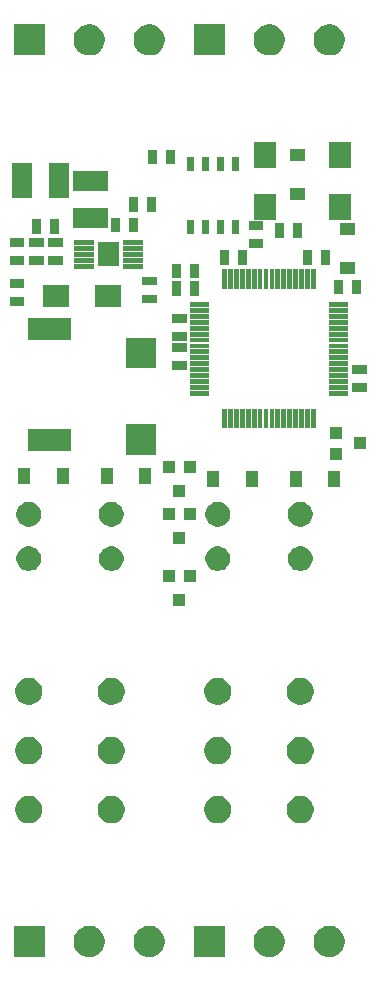
<source format=gts>
%TF.GenerationSoftware,KiCad,Pcbnew,5.0.2*%
%TF.CreationDate,2020-05-26T14:16:45+02:00*%
%TF.ProjectId,cowdin-2-shutter,636f7764-696e-42d3-922d-736875747465,0.1*%
%TF.SameCoordinates,Original*%
%TF.FileFunction,Soldermask,Top*%
%TF.FilePolarity,Negative*%
%FSLAX46Y46*%
G04 Gerber Fmt 4.6, Leading zero omitted, Abs format (unit mm)*
G04 Created by KiCad (PCBNEW 5.0.2) date mar. 26 mai 2020 14:16:45 CEST*
%MOMM*%
%LPD*%
G01*
G04 APERTURE LIST*
%ADD10C,0.100000*%
G04 APERTURE END LIST*
D10*
G36*
X161500023Y-141883818D02*
X161585031Y-141900727D01*
X161825255Y-142000231D01*
X162041451Y-142144689D01*
X162225311Y-142328549D01*
X162369769Y-142544745D01*
X162469273Y-142784970D01*
X162520000Y-143039991D01*
X162520000Y-143300009D01*
X162469273Y-143555030D01*
X162369769Y-143795255D01*
X162225311Y-144011451D01*
X162041451Y-144195311D01*
X161825255Y-144339769D01*
X161705142Y-144389521D01*
X161585031Y-144439273D01*
X161500023Y-144456182D01*
X161330009Y-144490000D01*
X161069991Y-144490000D01*
X160899977Y-144456182D01*
X160814969Y-144439273D01*
X160694858Y-144389521D01*
X160574745Y-144339769D01*
X160358549Y-144195311D01*
X160174689Y-144011451D01*
X160030231Y-143795255D01*
X159930727Y-143555030D01*
X159880000Y-143300009D01*
X159880000Y-143039991D01*
X159930727Y-142784970D01*
X160030231Y-142544745D01*
X160174689Y-142328549D01*
X160358549Y-142144689D01*
X160574745Y-142000231D01*
X160814969Y-141900727D01*
X160899977Y-141883818D01*
X161069991Y-141850000D01*
X161330009Y-141850000D01*
X161500023Y-141883818D01*
X161500023Y-141883818D01*
G37*
G36*
X152360000Y-144490000D02*
X149720000Y-144490000D01*
X149720000Y-141850000D01*
X152360000Y-141850000D01*
X152360000Y-144490000D01*
X152360000Y-144490000D01*
G37*
G36*
X156420023Y-141883818D02*
X156505031Y-141900727D01*
X156745255Y-142000231D01*
X156961451Y-142144689D01*
X157145311Y-142328549D01*
X157289769Y-142544745D01*
X157389273Y-142784970D01*
X157440000Y-143039991D01*
X157440000Y-143300009D01*
X157389273Y-143555030D01*
X157289769Y-143795255D01*
X157145311Y-144011451D01*
X156961451Y-144195311D01*
X156745255Y-144339769D01*
X156625142Y-144389521D01*
X156505031Y-144439273D01*
X156420023Y-144456182D01*
X156250009Y-144490000D01*
X155989991Y-144490000D01*
X155819977Y-144456182D01*
X155734969Y-144439273D01*
X155614858Y-144389521D01*
X155494745Y-144339769D01*
X155278549Y-144195311D01*
X155094689Y-144011451D01*
X154950231Y-143795255D01*
X154850727Y-143555030D01*
X154800000Y-143300009D01*
X154800000Y-143039991D01*
X154850727Y-142784970D01*
X154950231Y-142544745D01*
X155094689Y-142328549D01*
X155278549Y-142144689D01*
X155494745Y-142000231D01*
X155734969Y-141900727D01*
X155819977Y-141883818D01*
X155989991Y-141850000D01*
X156250009Y-141850000D01*
X156420023Y-141883818D01*
X156420023Y-141883818D01*
G37*
G36*
X141180023Y-141883818D02*
X141265031Y-141900727D01*
X141505255Y-142000231D01*
X141721451Y-142144689D01*
X141905311Y-142328549D01*
X142049769Y-142544745D01*
X142149273Y-142784970D01*
X142200000Y-143039991D01*
X142200000Y-143300009D01*
X142149273Y-143555030D01*
X142049769Y-143795255D01*
X141905311Y-144011451D01*
X141721451Y-144195311D01*
X141505255Y-144339769D01*
X141385142Y-144389521D01*
X141265031Y-144439273D01*
X141180023Y-144456182D01*
X141010009Y-144490000D01*
X140749991Y-144490000D01*
X140579977Y-144456182D01*
X140494969Y-144439273D01*
X140374858Y-144389521D01*
X140254745Y-144339769D01*
X140038549Y-144195311D01*
X139854689Y-144011451D01*
X139710231Y-143795255D01*
X139610727Y-143555030D01*
X139560000Y-143300009D01*
X139560000Y-143039991D01*
X139610727Y-142784970D01*
X139710231Y-142544745D01*
X139854689Y-142328549D01*
X140038549Y-142144689D01*
X140254745Y-142000231D01*
X140494969Y-141900727D01*
X140579977Y-141883818D01*
X140749991Y-141850000D01*
X141010009Y-141850000D01*
X141180023Y-141883818D01*
X141180023Y-141883818D01*
G37*
G36*
X137120000Y-144490000D02*
X134480000Y-144490000D01*
X134480000Y-141850000D01*
X137120000Y-141850000D01*
X137120000Y-144490000D01*
X137120000Y-144490000D01*
G37*
G36*
X146260023Y-141883818D02*
X146345031Y-141900727D01*
X146585255Y-142000231D01*
X146801451Y-142144689D01*
X146985311Y-142328549D01*
X147129769Y-142544745D01*
X147229273Y-142784970D01*
X147280000Y-143039991D01*
X147280000Y-143300009D01*
X147229273Y-143555030D01*
X147129769Y-143795255D01*
X146985311Y-144011451D01*
X146801451Y-144195311D01*
X146585255Y-144339769D01*
X146465142Y-144389521D01*
X146345031Y-144439273D01*
X146260023Y-144456182D01*
X146090009Y-144490000D01*
X145829991Y-144490000D01*
X145659977Y-144456182D01*
X145574969Y-144439273D01*
X145454858Y-144389521D01*
X145334745Y-144339769D01*
X145118549Y-144195311D01*
X144934689Y-144011451D01*
X144790231Y-143795255D01*
X144690727Y-143555030D01*
X144640000Y-143300009D01*
X144640000Y-143039991D01*
X144690727Y-142784970D01*
X144790231Y-142544745D01*
X144934689Y-142328549D01*
X145118549Y-142144689D01*
X145334745Y-142000231D01*
X145574969Y-141900727D01*
X145659977Y-141883818D01*
X145829991Y-141850000D01*
X146090009Y-141850000D01*
X146260023Y-141883818D01*
X146260023Y-141883818D01*
G37*
G36*
X136085443Y-130894194D02*
X136294729Y-130980884D01*
X136483082Y-131106737D01*
X136643263Y-131266918D01*
X136769116Y-131455271D01*
X136855806Y-131664557D01*
X136900000Y-131886735D01*
X136900000Y-132113265D01*
X136855806Y-132335443D01*
X136769116Y-132544729D01*
X136643263Y-132733082D01*
X136483082Y-132893263D01*
X136294729Y-133019116D01*
X136085443Y-133105806D01*
X135863265Y-133150000D01*
X135636735Y-133150000D01*
X135414557Y-133105806D01*
X135205271Y-133019116D01*
X135016918Y-132893263D01*
X134856737Y-132733082D01*
X134730884Y-132544729D01*
X134644194Y-132335443D01*
X134600000Y-132113265D01*
X134600000Y-131886735D01*
X134644194Y-131664557D01*
X134730884Y-131455271D01*
X134856737Y-131266918D01*
X135016918Y-131106737D01*
X135205271Y-130980884D01*
X135414557Y-130894194D01*
X135636735Y-130850000D01*
X135863265Y-130850000D01*
X136085443Y-130894194D01*
X136085443Y-130894194D01*
G37*
G36*
X152085443Y-130894194D02*
X152294729Y-130980884D01*
X152483082Y-131106737D01*
X152643263Y-131266918D01*
X152769116Y-131455271D01*
X152855806Y-131664557D01*
X152900000Y-131886735D01*
X152900000Y-132113265D01*
X152855806Y-132335443D01*
X152769116Y-132544729D01*
X152643263Y-132733082D01*
X152483082Y-132893263D01*
X152294729Y-133019116D01*
X152085443Y-133105806D01*
X151863265Y-133150000D01*
X151636735Y-133150000D01*
X151414557Y-133105806D01*
X151205271Y-133019116D01*
X151016918Y-132893263D01*
X150856737Y-132733082D01*
X150730884Y-132544729D01*
X150644194Y-132335443D01*
X150600000Y-132113265D01*
X150600000Y-131886735D01*
X150644194Y-131664557D01*
X150730884Y-131455271D01*
X150856737Y-131266918D01*
X151016918Y-131106737D01*
X151205271Y-130980884D01*
X151414557Y-130894194D01*
X151636735Y-130850000D01*
X151863265Y-130850000D01*
X152085443Y-130894194D01*
X152085443Y-130894194D01*
G37*
G36*
X159085443Y-130894194D02*
X159294729Y-130980884D01*
X159483082Y-131106737D01*
X159643263Y-131266918D01*
X159769116Y-131455271D01*
X159855806Y-131664557D01*
X159900000Y-131886735D01*
X159900000Y-132113265D01*
X159855806Y-132335443D01*
X159769116Y-132544729D01*
X159643263Y-132733082D01*
X159483082Y-132893263D01*
X159294729Y-133019116D01*
X159085443Y-133105806D01*
X158863265Y-133150000D01*
X158636735Y-133150000D01*
X158414557Y-133105806D01*
X158205271Y-133019116D01*
X158016918Y-132893263D01*
X157856737Y-132733082D01*
X157730884Y-132544729D01*
X157644194Y-132335443D01*
X157600000Y-132113265D01*
X157600000Y-131886735D01*
X157644194Y-131664557D01*
X157730884Y-131455271D01*
X157856737Y-131266918D01*
X158016918Y-131106737D01*
X158205271Y-130980884D01*
X158414557Y-130894194D01*
X158636735Y-130850000D01*
X158863265Y-130850000D01*
X159085443Y-130894194D01*
X159085443Y-130894194D01*
G37*
G36*
X143085443Y-130894194D02*
X143294729Y-130980884D01*
X143483082Y-131106737D01*
X143643263Y-131266918D01*
X143769116Y-131455271D01*
X143855806Y-131664557D01*
X143900000Y-131886735D01*
X143900000Y-132113265D01*
X143855806Y-132335443D01*
X143769116Y-132544729D01*
X143643263Y-132733082D01*
X143483082Y-132893263D01*
X143294729Y-133019116D01*
X143085443Y-133105806D01*
X142863265Y-133150000D01*
X142636735Y-133150000D01*
X142414557Y-133105806D01*
X142205271Y-133019116D01*
X142016918Y-132893263D01*
X141856737Y-132733082D01*
X141730884Y-132544729D01*
X141644194Y-132335443D01*
X141600000Y-132113265D01*
X141600000Y-131886735D01*
X141644194Y-131664557D01*
X141730884Y-131455271D01*
X141856737Y-131266918D01*
X142016918Y-131106737D01*
X142205271Y-130980884D01*
X142414557Y-130894194D01*
X142636735Y-130850000D01*
X142863265Y-130850000D01*
X143085443Y-130894194D01*
X143085443Y-130894194D01*
G37*
G36*
X136085443Y-125894194D02*
X136294729Y-125980884D01*
X136483082Y-126106737D01*
X136643263Y-126266918D01*
X136769116Y-126455271D01*
X136855806Y-126664557D01*
X136900000Y-126886735D01*
X136900000Y-127113265D01*
X136855806Y-127335443D01*
X136769116Y-127544729D01*
X136643263Y-127733082D01*
X136483082Y-127893263D01*
X136294729Y-128019116D01*
X136085443Y-128105806D01*
X135863265Y-128150000D01*
X135636735Y-128150000D01*
X135414557Y-128105806D01*
X135205271Y-128019116D01*
X135016918Y-127893263D01*
X134856737Y-127733082D01*
X134730884Y-127544729D01*
X134644194Y-127335443D01*
X134600000Y-127113265D01*
X134600000Y-126886735D01*
X134644194Y-126664557D01*
X134730884Y-126455271D01*
X134856737Y-126266918D01*
X135016918Y-126106737D01*
X135205271Y-125980884D01*
X135414557Y-125894194D01*
X135636735Y-125850000D01*
X135863265Y-125850000D01*
X136085443Y-125894194D01*
X136085443Y-125894194D01*
G37*
G36*
X143085443Y-125894194D02*
X143294729Y-125980884D01*
X143483082Y-126106737D01*
X143643263Y-126266918D01*
X143769116Y-126455271D01*
X143855806Y-126664557D01*
X143900000Y-126886735D01*
X143900000Y-127113265D01*
X143855806Y-127335443D01*
X143769116Y-127544729D01*
X143643263Y-127733082D01*
X143483082Y-127893263D01*
X143294729Y-128019116D01*
X143085443Y-128105806D01*
X142863265Y-128150000D01*
X142636735Y-128150000D01*
X142414557Y-128105806D01*
X142205271Y-128019116D01*
X142016918Y-127893263D01*
X141856737Y-127733082D01*
X141730884Y-127544729D01*
X141644194Y-127335443D01*
X141600000Y-127113265D01*
X141600000Y-126886735D01*
X141644194Y-126664557D01*
X141730884Y-126455271D01*
X141856737Y-126266918D01*
X142016918Y-126106737D01*
X142205271Y-125980884D01*
X142414557Y-125894194D01*
X142636735Y-125850000D01*
X142863265Y-125850000D01*
X143085443Y-125894194D01*
X143085443Y-125894194D01*
G37*
G36*
X152085443Y-125894194D02*
X152294729Y-125980884D01*
X152483082Y-126106737D01*
X152643263Y-126266918D01*
X152769116Y-126455271D01*
X152855806Y-126664557D01*
X152900000Y-126886735D01*
X152900000Y-127113265D01*
X152855806Y-127335443D01*
X152769116Y-127544729D01*
X152643263Y-127733082D01*
X152483082Y-127893263D01*
X152294729Y-128019116D01*
X152085443Y-128105806D01*
X151863265Y-128150000D01*
X151636735Y-128150000D01*
X151414557Y-128105806D01*
X151205271Y-128019116D01*
X151016918Y-127893263D01*
X150856737Y-127733082D01*
X150730884Y-127544729D01*
X150644194Y-127335443D01*
X150600000Y-127113265D01*
X150600000Y-126886735D01*
X150644194Y-126664557D01*
X150730884Y-126455271D01*
X150856737Y-126266918D01*
X151016918Y-126106737D01*
X151205271Y-125980884D01*
X151414557Y-125894194D01*
X151636735Y-125850000D01*
X151863265Y-125850000D01*
X152085443Y-125894194D01*
X152085443Y-125894194D01*
G37*
G36*
X159085443Y-125894194D02*
X159294729Y-125980884D01*
X159483082Y-126106737D01*
X159643263Y-126266918D01*
X159769116Y-126455271D01*
X159855806Y-126664557D01*
X159900000Y-126886735D01*
X159900000Y-127113265D01*
X159855806Y-127335443D01*
X159769116Y-127544729D01*
X159643263Y-127733082D01*
X159483082Y-127893263D01*
X159294729Y-128019116D01*
X159085443Y-128105806D01*
X158863265Y-128150000D01*
X158636735Y-128150000D01*
X158414557Y-128105806D01*
X158205271Y-128019116D01*
X158016918Y-127893263D01*
X157856737Y-127733082D01*
X157730884Y-127544729D01*
X157644194Y-127335443D01*
X157600000Y-127113265D01*
X157600000Y-126886735D01*
X157644194Y-126664557D01*
X157730884Y-126455271D01*
X157856737Y-126266918D01*
X158016918Y-126106737D01*
X158205271Y-125980884D01*
X158414557Y-125894194D01*
X158636735Y-125850000D01*
X158863265Y-125850000D01*
X159085443Y-125894194D01*
X159085443Y-125894194D01*
G37*
G36*
X159085443Y-120894194D02*
X159294729Y-120980884D01*
X159483082Y-121106737D01*
X159643263Y-121266918D01*
X159769116Y-121455271D01*
X159855806Y-121664557D01*
X159900000Y-121886735D01*
X159900000Y-122113265D01*
X159855806Y-122335443D01*
X159769116Y-122544729D01*
X159643263Y-122733082D01*
X159483082Y-122893263D01*
X159294729Y-123019116D01*
X159085443Y-123105806D01*
X158863265Y-123150000D01*
X158636735Y-123150000D01*
X158414557Y-123105806D01*
X158205271Y-123019116D01*
X158016918Y-122893263D01*
X157856737Y-122733082D01*
X157730884Y-122544729D01*
X157644194Y-122335443D01*
X157600000Y-122113265D01*
X157600000Y-121886735D01*
X157644194Y-121664557D01*
X157730884Y-121455271D01*
X157856737Y-121266918D01*
X158016918Y-121106737D01*
X158205271Y-120980884D01*
X158414557Y-120894194D01*
X158636735Y-120850000D01*
X158863265Y-120850000D01*
X159085443Y-120894194D01*
X159085443Y-120894194D01*
G37*
G36*
X152085443Y-120894194D02*
X152294729Y-120980884D01*
X152483082Y-121106737D01*
X152643263Y-121266918D01*
X152769116Y-121455271D01*
X152855806Y-121664557D01*
X152900000Y-121886735D01*
X152900000Y-122113265D01*
X152855806Y-122335443D01*
X152769116Y-122544729D01*
X152643263Y-122733082D01*
X152483082Y-122893263D01*
X152294729Y-123019116D01*
X152085443Y-123105806D01*
X151863265Y-123150000D01*
X151636735Y-123150000D01*
X151414557Y-123105806D01*
X151205271Y-123019116D01*
X151016918Y-122893263D01*
X150856737Y-122733082D01*
X150730884Y-122544729D01*
X150644194Y-122335443D01*
X150600000Y-122113265D01*
X150600000Y-121886735D01*
X150644194Y-121664557D01*
X150730884Y-121455271D01*
X150856737Y-121266918D01*
X151016918Y-121106737D01*
X151205271Y-120980884D01*
X151414557Y-120894194D01*
X151636735Y-120850000D01*
X151863265Y-120850000D01*
X152085443Y-120894194D01*
X152085443Y-120894194D01*
G37*
G36*
X136085443Y-120894194D02*
X136294729Y-120980884D01*
X136483082Y-121106737D01*
X136643263Y-121266918D01*
X136769116Y-121455271D01*
X136855806Y-121664557D01*
X136900000Y-121886735D01*
X136900000Y-122113265D01*
X136855806Y-122335443D01*
X136769116Y-122544729D01*
X136643263Y-122733082D01*
X136483082Y-122893263D01*
X136294729Y-123019116D01*
X136085443Y-123105806D01*
X135863265Y-123150000D01*
X135636735Y-123150000D01*
X135414557Y-123105806D01*
X135205271Y-123019116D01*
X135016918Y-122893263D01*
X134856737Y-122733082D01*
X134730884Y-122544729D01*
X134644194Y-122335443D01*
X134600000Y-122113265D01*
X134600000Y-121886735D01*
X134644194Y-121664557D01*
X134730884Y-121455271D01*
X134856737Y-121266918D01*
X135016918Y-121106737D01*
X135205271Y-120980884D01*
X135414557Y-120894194D01*
X135636735Y-120850000D01*
X135863265Y-120850000D01*
X136085443Y-120894194D01*
X136085443Y-120894194D01*
G37*
G36*
X143085443Y-120894194D02*
X143294729Y-120980884D01*
X143483082Y-121106737D01*
X143643263Y-121266918D01*
X143769116Y-121455271D01*
X143855806Y-121664557D01*
X143900000Y-121886735D01*
X143900000Y-122113265D01*
X143855806Y-122335443D01*
X143769116Y-122544729D01*
X143643263Y-122733082D01*
X143483082Y-122893263D01*
X143294729Y-123019116D01*
X143085443Y-123105806D01*
X142863265Y-123150000D01*
X142636735Y-123150000D01*
X142414557Y-123105806D01*
X142205271Y-123019116D01*
X142016918Y-122893263D01*
X141856737Y-122733082D01*
X141730884Y-122544729D01*
X141644194Y-122335443D01*
X141600000Y-122113265D01*
X141600000Y-121886735D01*
X141644194Y-121664557D01*
X141730884Y-121455271D01*
X141856737Y-121266918D01*
X142016918Y-121106737D01*
X142205271Y-120980884D01*
X142414557Y-120894194D01*
X142636735Y-120850000D01*
X142863265Y-120850000D01*
X143085443Y-120894194D01*
X143085443Y-120894194D01*
G37*
G36*
X149007200Y-114773200D02*
X147992800Y-114773200D01*
X147992800Y-113758800D01*
X149007200Y-113758800D01*
X149007200Y-114773200D01*
X149007200Y-114773200D01*
G37*
G36*
X149896200Y-112741200D02*
X148881800Y-112741200D01*
X148881800Y-111726800D01*
X149896200Y-111726800D01*
X149896200Y-112741200D01*
X149896200Y-112741200D01*
G37*
G36*
X148118200Y-112741200D02*
X147103800Y-112741200D01*
X147103800Y-111726800D01*
X148118200Y-111726800D01*
X148118200Y-112741200D01*
X148118200Y-112741200D01*
G37*
G36*
X152056274Y-109740350D02*
X152247362Y-109819502D01*
X152419336Y-109934411D01*
X152565589Y-110080664D01*
X152680498Y-110252638D01*
X152759650Y-110443726D01*
X152800000Y-110646584D01*
X152800000Y-110853416D01*
X152759650Y-111056274D01*
X152680498Y-111247362D01*
X152565589Y-111419336D01*
X152419336Y-111565589D01*
X152247362Y-111680498D01*
X152056274Y-111759650D01*
X151853416Y-111800000D01*
X151646584Y-111800000D01*
X151443726Y-111759650D01*
X151252638Y-111680498D01*
X151080664Y-111565589D01*
X150934411Y-111419336D01*
X150819502Y-111247362D01*
X150740350Y-111056274D01*
X150700000Y-110853416D01*
X150700000Y-110646584D01*
X150740350Y-110443726D01*
X150819502Y-110252638D01*
X150934411Y-110080664D01*
X151080664Y-109934411D01*
X151252638Y-109819502D01*
X151443726Y-109740350D01*
X151646584Y-109700000D01*
X151853416Y-109700000D01*
X152056274Y-109740350D01*
X152056274Y-109740350D01*
G37*
G36*
X136056274Y-109740350D02*
X136247362Y-109819502D01*
X136419336Y-109934411D01*
X136565589Y-110080664D01*
X136680498Y-110252638D01*
X136759650Y-110443726D01*
X136800000Y-110646584D01*
X136800000Y-110853416D01*
X136759650Y-111056274D01*
X136680498Y-111247362D01*
X136565589Y-111419336D01*
X136419336Y-111565589D01*
X136247362Y-111680498D01*
X136056274Y-111759650D01*
X135853416Y-111800000D01*
X135646584Y-111800000D01*
X135443726Y-111759650D01*
X135252638Y-111680498D01*
X135080664Y-111565589D01*
X134934411Y-111419336D01*
X134819502Y-111247362D01*
X134740350Y-111056274D01*
X134700000Y-110853416D01*
X134700000Y-110646584D01*
X134740350Y-110443726D01*
X134819502Y-110252638D01*
X134934411Y-110080664D01*
X135080664Y-109934411D01*
X135252638Y-109819502D01*
X135443726Y-109740350D01*
X135646584Y-109700000D01*
X135853416Y-109700000D01*
X136056274Y-109740350D01*
X136056274Y-109740350D01*
G37*
G36*
X143056274Y-109740350D02*
X143247362Y-109819502D01*
X143419336Y-109934411D01*
X143565589Y-110080664D01*
X143680498Y-110252638D01*
X143759650Y-110443726D01*
X143800000Y-110646584D01*
X143800000Y-110853416D01*
X143759650Y-111056274D01*
X143680498Y-111247362D01*
X143565589Y-111419336D01*
X143419336Y-111565589D01*
X143247362Y-111680498D01*
X143056274Y-111759650D01*
X142853416Y-111800000D01*
X142646584Y-111800000D01*
X142443726Y-111759650D01*
X142252638Y-111680498D01*
X142080664Y-111565589D01*
X141934411Y-111419336D01*
X141819502Y-111247362D01*
X141740350Y-111056274D01*
X141700000Y-110853416D01*
X141700000Y-110646584D01*
X141740350Y-110443726D01*
X141819502Y-110252638D01*
X141934411Y-110080664D01*
X142080664Y-109934411D01*
X142252638Y-109819502D01*
X142443726Y-109740350D01*
X142646584Y-109700000D01*
X142853416Y-109700000D01*
X143056274Y-109740350D01*
X143056274Y-109740350D01*
G37*
G36*
X159056274Y-109740350D02*
X159247362Y-109819502D01*
X159419336Y-109934411D01*
X159565589Y-110080664D01*
X159680498Y-110252638D01*
X159759650Y-110443726D01*
X159800000Y-110646584D01*
X159800000Y-110853416D01*
X159759650Y-111056274D01*
X159680498Y-111247362D01*
X159565589Y-111419336D01*
X159419336Y-111565589D01*
X159247362Y-111680498D01*
X159056274Y-111759650D01*
X158853416Y-111800000D01*
X158646584Y-111800000D01*
X158443726Y-111759650D01*
X158252638Y-111680498D01*
X158080664Y-111565589D01*
X157934411Y-111419336D01*
X157819502Y-111247362D01*
X157740350Y-111056274D01*
X157700000Y-110853416D01*
X157700000Y-110646584D01*
X157740350Y-110443726D01*
X157819502Y-110252638D01*
X157934411Y-110080664D01*
X158080664Y-109934411D01*
X158252638Y-109819502D01*
X158443726Y-109740350D01*
X158646584Y-109700000D01*
X158853416Y-109700000D01*
X159056274Y-109740350D01*
X159056274Y-109740350D01*
G37*
G36*
X149007200Y-109523200D02*
X147992800Y-109523200D01*
X147992800Y-108508800D01*
X149007200Y-108508800D01*
X149007200Y-109523200D01*
X149007200Y-109523200D01*
G37*
G36*
X143056274Y-105990350D02*
X143247362Y-106069502D01*
X143419336Y-106184411D01*
X143565589Y-106330664D01*
X143680498Y-106502638D01*
X143759650Y-106693726D01*
X143800000Y-106896584D01*
X143800000Y-107103416D01*
X143759650Y-107306274D01*
X143680498Y-107497362D01*
X143565589Y-107669336D01*
X143419336Y-107815589D01*
X143247362Y-107930498D01*
X143056274Y-108009650D01*
X142853416Y-108050000D01*
X142646584Y-108050000D01*
X142443726Y-108009650D01*
X142252638Y-107930498D01*
X142080664Y-107815589D01*
X141934411Y-107669336D01*
X141819502Y-107497362D01*
X141740350Y-107306274D01*
X141700000Y-107103416D01*
X141700000Y-106896584D01*
X141740350Y-106693726D01*
X141819502Y-106502638D01*
X141934411Y-106330664D01*
X142080664Y-106184411D01*
X142252638Y-106069502D01*
X142443726Y-105990350D01*
X142646584Y-105950000D01*
X142853416Y-105950000D01*
X143056274Y-105990350D01*
X143056274Y-105990350D01*
G37*
G36*
X136056274Y-105990350D02*
X136247362Y-106069502D01*
X136419336Y-106184411D01*
X136565589Y-106330664D01*
X136680498Y-106502638D01*
X136759650Y-106693726D01*
X136800000Y-106896584D01*
X136800000Y-107103416D01*
X136759650Y-107306274D01*
X136680498Y-107497362D01*
X136565589Y-107669336D01*
X136419336Y-107815589D01*
X136247362Y-107930498D01*
X136056274Y-108009650D01*
X135853416Y-108050000D01*
X135646584Y-108050000D01*
X135443726Y-108009650D01*
X135252638Y-107930498D01*
X135080664Y-107815589D01*
X134934411Y-107669336D01*
X134819502Y-107497362D01*
X134740350Y-107306274D01*
X134700000Y-107103416D01*
X134700000Y-106896584D01*
X134740350Y-106693726D01*
X134819502Y-106502638D01*
X134934411Y-106330664D01*
X135080664Y-106184411D01*
X135252638Y-106069502D01*
X135443726Y-105990350D01*
X135646584Y-105950000D01*
X135853416Y-105950000D01*
X136056274Y-105990350D01*
X136056274Y-105990350D01*
G37*
G36*
X159056274Y-105990350D02*
X159247362Y-106069502D01*
X159419336Y-106184411D01*
X159565589Y-106330664D01*
X159680498Y-106502638D01*
X159759650Y-106693726D01*
X159800000Y-106896584D01*
X159800000Y-107103416D01*
X159759650Y-107306274D01*
X159680498Y-107497362D01*
X159565589Y-107669336D01*
X159419336Y-107815589D01*
X159247362Y-107930498D01*
X159056274Y-108009650D01*
X158853416Y-108050000D01*
X158646584Y-108050000D01*
X158443726Y-108009650D01*
X158252638Y-107930498D01*
X158080664Y-107815589D01*
X157934411Y-107669336D01*
X157819502Y-107497362D01*
X157740350Y-107306274D01*
X157700000Y-107103416D01*
X157700000Y-106896584D01*
X157740350Y-106693726D01*
X157819502Y-106502638D01*
X157934411Y-106330664D01*
X158080664Y-106184411D01*
X158252638Y-106069502D01*
X158443726Y-105990350D01*
X158646584Y-105950000D01*
X158853416Y-105950000D01*
X159056274Y-105990350D01*
X159056274Y-105990350D01*
G37*
G36*
X152056274Y-105990350D02*
X152247362Y-106069502D01*
X152419336Y-106184411D01*
X152565589Y-106330664D01*
X152680498Y-106502638D01*
X152759650Y-106693726D01*
X152800000Y-106896584D01*
X152800000Y-107103416D01*
X152759650Y-107306274D01*
X152680498Y-107497362D01*
X152565589Y-107669336D01*
X152419336Y-107815589D01*
X152247362Y-107930498D01*
X152056274Y-108009650D01*
X151853416Y-108050000D01*
X151646584Y-108050000D01*
X151443726Y-108009650D01*
X151252638Y-107930498D01*
X151080664Y-107815589D01*
X150934411Y-107669336D01*
X150819502Y-107497362D01*
X150740350Y-107306274D01*
X150700000Y-107103416D01*
X150700000Y-106896584D01*
X150740350Y-106693726D01*
X150819502Y-106502638D01*
X150934411Y-106330664D01*
X151080664Y-106184411D01*
X151252638Y-106069502D01*
X151443726Y-105990350D01*
X151646584Y-105950000D01*
X151853416Y-105950000D01*
X152056274Y-105990350D01*
X152056274Y-105990350D01*
G37*
G36*
X148118200Y-107491200D02*
X147103800Y-107491200D01*
X147103800Y-106476800D01*
X148118200Y-106476800D01*
X148118200Y-107491200D01*
X148118200Y-107491200D01*
G37*
G36*
X149896200Y-107491200D02*
X148881800Y-107491200D01*
X148881800Y-106476800D01*
X149896200Y-106476800D01*
X149896200Y-107491200D01*
X149896200Y-107491200D01*
G37*
G36*
X149007200Y-105523200D02*
X147992800Y-105523200D01*
X147992800Y-104508800D01*
X149007200Y-104508800D01*
X149007200Y-105523200D01*
X149007200Y-105523200D01*
G37*
G36*
X151870000Y-104660000D02*
X150860000Y-104660000D01*
X150860000Y-103340000D01*
X151870000Y-103340000D01*
X151870000Y-104660000D01*
X151870000Y-104660000D01*
G37*
G36*
X158870000Y-104660000D02*
X157860000Y-104660000D01*
X157860000Y-103340000D01*
X158870000Y-103340000D01*
X158870000Y-104660000D01*
X158870000Y-104660000D01*
G37*
G36*
X162140000Y-104660000D02*
X161130000Y-104660000D01*
X161130000Y-103340000D01*
X162140000Y-103340000D01*
X162140000Y-104660000D01*
X162140000Y-104660000D01*
G37*
G36*
X155140000Y-104660000D02*
X154130000Y-104660000D01*
X154130000Y-103340000D01*
X155140000Y-103340000D01*
X155140000Y-104660000D01*
X155140000Y-104660000D01*
G37*
G36*
X135870000Y-104410000D02*
X134860000Y-104410000D01*
X134860000Y-103090000D01*
X135870000Y-103090000D01*
X135870000Y-104410000D01*
X135870000Y-104410000D01*
G37*
G36*
X139140000Y-104410000D02*
X138130000Y-104410000D01*
X138130000Y-103090000D01*
X139140000Y-103090000D01*
X139140000Y-104410000D01*
X139140000Y-104410000D01*
G37*
G36*
X146140000Y-104410000D02*
X145130000Y-104410000D01*
X145130000Y-103090000D01*
X146140000Y-103090000D01*
X146140000Y-104410000D01*
X146140000Y-104410000D01*
G37*
G36*
X142870000Y-104410000D02*
X141860000Y-104410000D01*
X141860000Y-103090000D01*
X142870000Y-103090000D01*
X142870000Y-104410000D01*
X142870000Y-104410000D01*
G37*
G36*
X149896200Y-103491200D02*
X148881800Y-103491200D01*
X148881800Y-102476800D01*
X149896200Y-102476800D01*
X149896200Y-103491200D01*
X149896200Y-103491200D01*
G37*
G36*
X148118200Y-103491200D02*
X147103800Y-103491200D01*
X147103800Y-102476800D01*
X148118200Y-102476800D01*
X148118200Y-103491200D01*
X148118200Y-103491200D01*
G37*
G36*
X162241200Y-102396200D02*
X161226800Y-102396200D01*
X161226800Y-101381800D01*
X162241200Y-101381800D01*
X162241200Y-102396200D01*
X162241200Y-102396200D01*
G37*
G36*
X146550000Y-101950000D02*
X143950000Y-101950000D01*
X143950000Y-99350000D01*
X146550000Y-99350000D01*
X146550000Y-101950000D01*
X146550000Y-101950000D01*
G37*
G36*
X139330000Y-101640000D02*
X135670000Y-101640000D01*
X135670000Y-99760000D01*
X139330000Y-99760000D01*
X139330000Y-101640000D01*
X139330000Y-101640000D01*
G37*
G36*
X164273200Y-101507200D02*
X163258800Y-101507200D01*
X163258800Y-100492800D01*
X164273200Y-100492800D01*
X164273200Y-101507200D01*
X164273200Y-101507200D01*
G37*
G36*
X162241200Y-100618200D02*
X161226800Y-100618200D01*
X161226800Y-99603800D01*
X162241200Y-99603800D01*
X162241200Y-100618200D01*
X162241200Y-100618200D01*
G37*
G36*
X160040000Y-99724000D02*
X159640000Y-99724000D01*
X159640000Y-98100000D01*
X160040000Y-98100000D01*
X160040000Y-99724000D01*
X160040000Y-99724000D01*
G37*
G36*
X159540000Y-99724000D02*
X159140000Y-99724000D01*
X159140000Y-98100000D01*
X159540000Y-98100000D01*
X159540000Y-99724000D01*
X159540000Y-99724000D01*
G37*
G36*
X157540000Y-99724000D02*
X157140000Y-99724000D01*
X157140000Y-98100000D01*
X157540000Y-98100000D01*
X157540000Y-99724000D01*
X157540000Y-99724000D01*
G37*
G36*
X158540000Y-99724000D02*
X158140000Y-99724000D01*
X158140000Y-98100000D01*
X158540000Y-98100000D01*
X158540000Y-99724000D01*
X158540000Y-99724000D01*
G37*
G36*
X152540000Y-99724000D02*
X152140000Y-99724000D01*
X152140000Y-98100000D01*
X152540000Y-98100000D01*
X152540000Y-99724000D01*
X152540000Y-99724000D01*
G37*
G36*
X153040000Y-99724000D02*
X152640000Y-99724000D01*
X152640000Y-98100000D01*
X153040000Y-98100000D01*
X153040000Y-99724000D01*
X153040000Y-99724000D01*
G37*
G36*
X153540000Y-99724000D02*
X153140000Y-99724000D01*
X153140000Y-98100000D01*
X153540000Y-98100000D01*
X153540000Y-99724000D01*
X153540000Y-99724000D01*
G37*
G36*
X154040000Y-99724000D02*
X153640000Y-99724000D01*
X153640000Y-98100000D01*
X154040000Y-98100000D01*
X154040000Y-99724000D01*
X154040000Y-99724000D01*
G37*
G36*
X155040000Y-99724000D02*
X154640000Y-99724000D01*
X154640000Y-98100000D01*
X155040000Y-98100000D01*
X155040000Y-99724000D01*
X155040000Y-99724000D01*
G37*
G36*
X154540000Y-99724000D02*
X154140000Y-99724000D01*
X154140000Y-98100000D01*
X154540000Y-98100000D01*
X154540000Y-99724000D01*
X154540000Y-99724000D01*
G37*
G36*
X158040000Y-99724000D02*
X157640000Y-99724000D01*
X157640000Y-98100000D01*
X158040000Y-98100000D01*
X158040000Y-99724000D01*
X158040000Y-99724000D01*
G37*
G36*
X159040000Y-99724000D02*
X158640000Y-99724000D01*
X158640000Y-98100000D01*
X159040000Y-98100000D01*
X159040000Y-99724000D01*
X159040000Y-99724000D01*
G37*
G36*
X157040000Y-99724000D02*
X156640000Y-99724000D01*
X156640000Y-98100000D01*
X157040000Y-98100000D01*
X157040000Y-99724000D01*
X157040000Y-99724000D01*
G37*
G36*
X156540000Y-99724000D02*
X156140000Y-99724000D01*
X156140000Y-98100000D01*
X156540000Y-98100000D01*
X156540000Y-99724000D01*
X156540000Y-99724000D01*
G37*
G36*
X156040000Y-99724000D02*
X155640000Y-99724000D01*
X155640000Y-98100000D01*
X156040000Y-98100000D01*
X156040000Y-99724000D01*
X156040000Y-99724000D01*
G37*
G36*
X155540000Y-99724000D02*
X155140000Y-99724000D01*
X155140000Y-98100000D01*
X155540000Y-98100000D01*
X155540000Y-99724000D01*
X155540000Y-99724000D01*
G37*
G36*
X162814000Y-96950000D02*
X161190000Y-96950000D01*
X161190000Y-96550000D01*
X162814000Y-96550000D01*
X162814000Y-96950000D01*
X162814000Y-96950000D01*
G37*
G36*
X150990000Y-96950000D02*
X149366000Y-96950000D01*
X149366000Y-96550000D01*
X150990000Y-96550000D01*
X150990000Y-96950000D01*
X150990000Y-96950000D01*
G37*
G36*
X164371500Y-96629500D02*
X163128500Y-96629500D01*
X163128500Y-95894500D01*
X164371500Y-95894500D01*
X164371500Y-96629500D01*
X164371500Y-96629500D01*
G37*
G36*
X150990000Y-96450000D02*
X149366000Y-96450000D01*
X149366000Y-96050000D01*
X150990000Y-96050000D01*
X150990000Y-96450000D01*
X150990000Y-96450000D01*
G37*
G36*
X162814000Y-96450000D02*
X161190000Y-96450000D01*
X161190000Y-96050000D01*
X162814000Y-96050000D01*
X162814000Y-96450000D01*
X162814000Y-96450000D01*
G37*
G36*
X150990000Y-95950000D02*
X149366000Y-95950000D01*
X149366000Y-95550000D01*
X150990000Y-95550000D01*
X150990000Y-95950000D01*
X150990000Y-95950000D01*
G37*
G36*
X162814000Y-95950000D02*
X161190000Y-95950000D01*
X161190000Y-95550000D01*
X162814000Y-95550000D01*
X162814000Y-95950000D01*
X162814000Y-95950000D01*
G37*
G36*
X150990000Y-95450000D02*
X149366000Y-95450000D01*
X149366000Y-95050000D01*
X150990000Y-95050000D01*
X150990000Y-95450000D01*
X150990000Y-95450000D01*
G37*
G36*
X162814000Y-95450000D02*
X161190000Y-95450000D01*
X161190000Y-95050000D01*
X162814000Y-95050000D01*
X162814000Y-95450000D01*
X162814000Y-95450000D01*
G37*
G36*
X164371500Y-95105500D02*
X163128500Y-95105500D01*
X163128500Y-94370500D01*
X164371500Y-94370500D01*
X164371500Y-95105500D01*
X164371500Y-95105500D01*
G37*
G36*
X162814000Y-94950000D02*
X161190000Y-94950000D01*
X161190000Y-94550000D01*
X162814000Y-94550000D01*
X162814000Y-94950000D01*
X162814000Y-94950000D01*
G37*
G36*
X150990000Y-94950000D02*
X149366000Y-94950000D01*
X149366000Y-94550000D01*
X150990000Y-94550000D01*
X150990000Y-94950000D01*
X150990000Y-94950000D01*
G37*
G36*
X149121500Y-94799500D02*
X147878500Y-94799500D01*
X147878500Y-94064500D01*
X149121500Y-94064500D01*
X149121500Y-94799500D01*
X149121500Y-94799500D01*
G37*
G36*
X146550000Y-94650000D02*
X143950000Y-94650000D01*
X143950000Y-92050000D01*
X146550000Y-92050000D01*
X146550000Y-94650000D01*
X146550000Y-94650000D01*
G37*
G36*
X150990000Y-94450000D02*
X149366000Y-94450000D01*
X149366000Y-94050000D01*
X150990000Y-94050000D01*
X150990000Y-94450000D01*
X150990000Y-94450000D01*
G37*
G36*
X162814000Y-94450000D02*
X161190000Y-94450000D01*
X161190000Y-94050000D01*
X162814000Y-94050000D01*
X162814000Y-94450000D01*
X162814000Y-94450000D01*
G37*
G36*
X162814000Y-93950000D02*
X161190000Y-93950000D01*
X161190000Y-93550000D01*
X162814000Y-93550000D01*
X162814000Y-93950000D01*
X162814000Y-93950000D01*
G37*
G36*
X150990000Y-93950000D02*
X149366000Y-93950000D01*
X149366000Y-93550000D01*
X150990000Y-93550000D01*
X150990000Y-93950000D01*
X150990000Y-93950000D01*
G37*
G36*
X162814000Y-93450000D02*
X161190000Y-93450000D01*
X161190000Y-93050000D01*
X162814000Y-93050000D01*
X162814000Y-93450000D01*
X162814000Y-93450000D01*
G37*
G36*
X150990000Y-93450000D02*
X149366000Y-93450000D01*
X149366000Y-93050000D01*
X150990000Y-93050000D01*
X150990000Y-93450000D01*
X150990000Y-93450000D01*
G37*
G36*
X149121500Y-93275500D02*
X147878500Y-93275500D01*
X147878500Y-92540500D01*
X149121500Y-92540500D01*
X149121500Y-93275500D01*
X149121500Y-93275500D01*
G37*
G36*
X150990000Y-92950000D02*
X149366000Y-92950000D01*
X149366000Y-92550000D01*
X150990000Y-92550000D01*
X150990000Y-92950000D01*
X150990000Y-92950000D01*
G37*
G36*
X162814000Y-92950000D02*
X161190000Y-92950000D01*
X161190000Y-92550000D01*
X162814000Y-92550000D01*
X162814000Y-92950000D01*
X162814000Y-92950000D01*
G37*
G36*
X150990000Y-92450000D02*
X149366000Y-92450000D01*
X149366000Y-92050000D01*
X150990000Y-92050000D01*
X150990000Y-92450000D01*
X150990000Y-92450000D01*
G37*
G36*
X162814000Y-92450000D02*
X161190000Y-92450000D01*
X161190000Y-92050000D01*
X162814000Y-92050000D01*
X162814000Y-92450000D01*
X162814000Y-92450000D01*
G37*
G36*
X149121500Y-92299500D02*
X147878500Y-92299500D01*
X147878500Y-91564500D01*
X149121500Y-91564500D01*
X149121500Y-92299500D01*
X149121500Y-92299500D01*
G37*
G36*
X139330000Y-92240000D02*
X135670000Y-92240000D01*
X135670000Y-90360000D01*
X139330000Y-90360000D01*
X139330000Y-92240000D01*
X139330000Y-92240000D01*
G37*
G36*
X150990000Y-91950000D02*
X149366000Y-91950000D01*
X149366000Y-91550000D01*
X150990000Y-91550000D01*
X150990000Y-91950000D01*
X150990000Y-91950000D01*
G37*
G36*
X162814000Y-91950000D02*
X161190000Y-91950000D01*
X161190000Y-91550000D01*
X162814000Y-91550000D01*
X162814000Y-91950000D01*
X162814000Y-91950000D01*
G37*
G36*
X150990000Y-91450000D02*
X149366000Y-91450000D01*
X149366000Y-91050000D01*
X150990000Y-91050000D01*
X150990000Y-91450000D01*
X150990000Y-91450000D01*
G37*
G36*
X162814000Y-91450000D02*
X161190000Y-91450000D01*
X161190000Y-91050000D01*
X162814000Y-91050000D01*
X162814000Y-91450000D01*
X162814000Y-91450000D01*
G37*
G36*
X162814000Y-90950000D02*
X161190000Y-90950000D01*
X161190000Y-90550000D01*
X162814000Y-90550000D01*
X162814000Y-90950000D01*
X162814000Y-90950000D01*
G37*
G36*
X150990000Y-90950000D02*
X149366000Y-90950000D01*
X149366000Y-90550000D01*
X150990000Y-90550000D01*
X150990000Y-90950000D01*
X150990000Y-90950000D01*
G37*
G36*
X149121500Y-90775500D02*
X147878500Y-90775500D01*
X147878500Y-90040500D01*
X149121500Y-90040500D01*
X149121500Y-90775500D01*
X149121500Y-90775500D01*
G37*
G36*
X150990000Y-90450000D02*
X149366000Y-90450000D01*
X149366000Y-90050000D01*
X150990000Y-90050000D01*
X150990000Y-90450000D01*
X150990000Y-90450000D01*
G37*
G36*
X162814000Y-90450000D02*
X161190000Y-90450000D01*
X161190000Y-90050000D01*
X162814000Y-90050000D01*
X162814000Y-90450000D01*
X162814000Y-90450000D01*
G37*
G36*
X150990000Y-89950000D02*
X149366000Y-89950000D01*
X149366000Y-89550000D01*
X150990000Y-89550000D01*
X150990000Y-89950000D01*
X150990000Y-89950000D01*
G37*
G36*
X162814000Y-89950000D02*
X161190000Y-89950000D01*
X161190000Y-89550000D01*
X162814000Y-89550000D01*
X162814000Y-89950000D01*
X162814000Y-89950000D01*
G37*
G36*
X162814000Y-89450000D02*
X161190000Y-89450000D01*
X161190000Y-89050000D01*
X162814000Y-89050000D01*
X162814000Y-89450000D01*
X162814000Y-89450000D01*
G37*
G36*
X139200000Y-89450000D02*
X137000000Y-89450000D01*
X137000000Y-87550000D01*
X139200000Y-87550000D01*
X139200000Y-89450000D01*
X139200000Y-89450000D01*
G37*
G36*
X150990000Y-89450000D02*
X149366000Y-89450000D01*
X149366000Y-89050000D01*
X150990000Y-89050000D01*
X150990000Y-89450000D01*
X150990000Y-89450000D01*
G37*
G36*
X143600000Y-89450000D02*
X141400000Y-89450000D01*
X141400000Y-87550000D01*
X143600000Y-87550000D01*
X143600000Y-89450000D01*
X143600000Y-89450000D01*
G37*
G36*
X135371500Y-89339500D02*
X134128500Y-89339500D01*
X134128500Y-88604500D01*
X135371500Y-88604500D01*
X135371500Y-89339500D01*
X135371500Y-89339500D01*
G37*
G36*
X146621500Y-89129500D02*
X145378500Y-89129500D01*
X145378500Y-88394500D01*
X146621500Y-88394500D01*
X146621500Y-89129500D01*
X146621500Y-89129500D01*
G37*
G36*
X150129500Y-88521500D02*
X149394500Y-88521500D01*
X149394500Y-87278500D01*
X150129500Y-87278500D01*
X150129500Y-88521500D01*
X150129500Y-88521500D01*
G37*
G36*
X148605500Y-88521500D02*
X147870500Y-88521500D01*
X147870500Y-87278500D01*
X148605500Y-87278500D01*
X148605500Y-88521500D01*
X148605500Y-88521500D01*
G37*
G36*
X163879500Y-88371500D02*
X163144500Y-88371500D01*
X163144500Y-87128500D01*
X163879500Y-87128500D01*
X163879500Y-88371500D01*
X163879500Y-88371500D01*
G37*
G36*
X162355500Y-88371500D02*
X161620500Y-88371500D01*
X161620500Y-87128500D01*
X162355500Y-87128500D01*
X162355500Y-88371500D01*
X162355500Y-88371500D01*
G37*
G36*
X155540000Y-87900000D02*
X155140000Y-87900000D01*
X155140000Y-86276000D01*
X155540000Y-86276000D01*
X155540000Y-87900000D01*
X155540000Y-87900000D01*
G37*
G36*
X156540000Y-87900000D02*
X156140000Y-87900000D01*
X156140000Y-86276000D01*
X156540000Y-86276000D01*
X156540000Y-87900000D01*
X156540000Y-87900000D01*
G37*
G36*
X153040000Y-87900000D02*
X152640000Y-87900000D01*
X152640000Y-86276000D01*
X153040000Y-86276000D01*
X153040000Y-87900000D01*
X153040000Y-87900000D01*
G37*
G36*
X153540000Y-87900000D02*
X153140000Y-87900000D01*
X153140000Y-86276000D01*
X153540000Y-86276000D01*
X153540000Y-87900000D01*
X153540000Y-87900000D01*
G37*
G36*
X154040000Y-87900000D02*
X153640000Y-87900000D01*
X153640000Y-86276000D01*
X154040000Y-86276000D01*
X154040000Y-87900000D01*
X154040000Y-87900000D01*
G37*
G36*
X154540000Y-87900000D02*
X154140000Y-87900000D01*
X154140000Y-86276000D01*
X154540000Y-86276000D01*
X154540000Y-87900000D01*
X154540000Y-87900000D01*
G37*
G36*
X155040000Y-87900000D02*
X154640000Y-87900000D01*
X154640000Y-86276000D01*
X155040000Y-86276000D01*
X155040000Y-87900000D01*
X155040000Y-87900000D01*
G37*
G36*
X152540000Y-87900000D02*
X152140000Y-87900000D01*
X152140000Y-86276000D01*
X152540000Y-86276000D01*
X152540000Y-87900000D01*
X152540000Y-87900000D01*
G37*
G36*
X157540000Y-87900000D02*
X157140000Y-87900000D01*
X157140000Y-86276000D01*
X157540000Y-86276000D01*
X157540000Y-87900000D01*
X157540000Y-87900000D01*
G37*
G36*
X158040000Y-87900000D02*
X157640000Y-87900000D01*
X157640000Y-86276000D01*
X158040000Y-86276000D01*
X158040000Y-87900000D01*
X158040000Y-87900000D01*
G37*
G36*
X158540000Y-87900000D02*
X158140000Y-87900000D01*
X158140000Y-86276000D01*
X158540000Y-86276000D01*
X158540000Y-87900000D01*
X158540000Y-87900000D01*
G37*
G36*
X159040000Y-87900000D02*
X158640000Y-87900000D01*
X158640000Y-86276000D01*
X159040000Y-86276000D01*
X159040000Y-87900000D01*
X159040000Y-87900000D01*
G37*
G36*
X159540000Y-87900000D02*
X159140000Y-87900000D01*
X159140000Y-86276000D01*
X159540000Y-86276000D01*
X159540000Y-87900000D01*
X159540000Y-87900000D01*
G37*
G36*
X160040000Y-87900000D02*
X159640000Y-87900000D01*
X159640000Y-86276000D01*
X160040000Y-86276000D01*
X160040000Y-87900000D01*
X160040000Y-87900000D01*
G37*
G36*
X156040000Y-87900000D02*
X155640000Y-87900000D01*
X155640000Y-86276000D01*
X156040000Y-86276000D01*
X156040000Y-87900000D01*
X156040000Y-87900000D01*
G37*
G36*
X157040000Y-87900000D02*
X156640000Y-87900000D01*
X156640000Y-86276000D01*
X157040000Y-86276000D01*
X157040000Y-87900000D01*
X157040000Y-87900000D01*
G37*
G36*
X135371500Y-87815500D02*
X134128500Y-87815500D01*
X134128500Y-87080500D01*
X135371500Y-87080500D01*
X135371500Y-87815500D01*
X135371500Y-87815500D01*
G37*
G36*
X146621500Y-87605500D02*
X145378500Y-87605500D01*
X145378500Y-86870500D01*
X146621500Y-86870500D01*
X146621500Y-87605500D01*
X146621500Y-87605500D01*
G37*
G36*
X148605500Y-87021500D02*
X147870500Y-87021500D01*
X147870500Y-85778500D01*
X148605500Y-85778500D01*
X148605500Y-87021500D01*
X148605500Y-87021500D01*
G37*
G36*
X150129500Y-87021500D02*
X149394500Y-87021500D01*
X149394500Y-85778500D01*
X150129500Y-85778500D01*
X150129500Y-87021500D01*
X150129500Y-87021500D01*
G37*
G36*
X163410000Y-86640000D02*
X162090000Y-86640000D01*
X162090000Y-85630000D01*
X163410000Y-85630000D01*
X163410000Y-86640000D01*
X163410000Y-86640000D01*
G37*
G36*
X145450000Y-86200000D02*
X143750000Y-86200000D01*
X143750000Y-85800000D01*
X145450000Y-85800000D01*
X145450000Y-86200000D01*
X145450000Y-86200000D01*
G37*
G36*
X141250000Y-86200000D02*
X139550000Y-86200000D01*
X139550000Y-85800000D01*
X141250000Y-85800000D01*
X141250000Y-86200000D01*
X141250000Y-86200000D01*
G37*
G36*
X143355000Y-86010000D02*
X141645000Y-86010000D01*
X141645000Y-83990000D01*
X143355000Y-83990000D01*
X143355000Y-86010000D01*
X143355000Y-86010000D01*
G37*
G36*
X135371500Y-85879500D02*
X134128500Y-85879500D01*
X134128500Y-85144500D01*
X135371500Y-85144500D01*
X135371500Y-85879500D01*
X135371500Y-85879500D01*
G37*
G36*
X159705500Y-85871500D02*
X158970500Y-85871500D01*
X158970500Y-84628500D01*
X159705500Y-84628500D01*
X159705500Y-85871500D01*
X159705500Y-85871500D01*
G37*
G36*
X152705500Y-85871500D02*
X151970500Y-85871500D01*
X151970500Y-84628500D01*
X152705500Y-84628500D01*
X152705500Y-85871500D01*
X152705500Y-85871500D01*
G37*
G36*
X154229500Y-85871500D02*
X153494500Y-85871500D01*
X153494500Y-84628500D01*
X154229500Y-84628500D01*
X154229500Y-85871500D01*
X154229500Y-85871500D01*
G37*
G36*
X161229500Y-85871500D02*
X160494500Y-85871500D01*
X160494500Y-84628500D01*
X161229500Y-84628500D01*
X161229500Y-85871500D01*
X161229500Y-85871500D01*
G37*
G36*
X137021500Y-85869500D02*
X135778500Y-85869500D01*
X135778500Y-85134500D01*
X137021500Y-85134500D01*
X137021500Y-85869500D01*
X137021500Y-85869500D01*
G37*
G36*
X138621500Y-85869500D02*
X137378500Y-85869500D01*
X137378500Y-85134500D01*
X138621500Y-85134500D01*
X138621500Y-85869500D01*
X138621500Y-85869500D01*
G37*
G36*
X141250000Y-85700000D02*
X139550000Y-85700000D01*
X139550000Y-85300000D01*
X141250000Y-85300000D01*
X141250000Y-85700000D01*
X141250000Y-85700000D01*
G37*
G36*
X145450000Y-85700000D02*
X143750000Y-85700000D01*
X143750000Y-85300000D01*
X145450000Y-85300000D01*
X145450000Y-85700000D01*
X145450000Y-85700000D01*
G37*
G36*
X145450000Y-85200000D02*
X143750000Y-85200000D01*
X143750000Y-84800000D01*
X145450000Y-84800000D01*
X145450000Y-85200000D01*
X145450000Y-85200000D01*
G37*
G36*
X141250000Y-85200000D02*
X139550000Y-85200000D01*
X139550000Y-84800000D01*
X141250000Y-84800000D01*
X141250000Y-85200000D01*
X141250000Y-85200000D01*
G37*
G36*
X141250000Y-84700000D02*
X139550000Y-84700000D01*
X139550000Y-84300000D01*
X141250000Y-84300000D01*
X141250000Y-84700000D01*
X141250000Y-84700000D01*
G37*
G36*
X145450000Y-84700000D02*
X143750000Y-84700000D01*
X143750000Y-84300000D01*
X145450000Y-84300000D01*
X145450000Y-84700000D01*
X145450000Y-84700000D01*
G37*
G36*
X155621500Y-84469500D02*
X154378500Y-84469500D01*
X154378500Y-83734500D01*
X155621500Y-83734500D01*
X155621500Y-84469500D01*
X155621500Y-84469500D01*
G37*
G36*
X135371500Y-84355500D02*
X134128500Y-84355500D01*
X134128500Y-83620500D01*
X135371500Y-83620500D01*
X135371500Y-84355500D01*
X135371500Y-84355500D01*
G37*
G36*
X138621500Y-84345500D02*
X137378500Y-84345500D01*
X137378500Y-83610500D01*
X138621500Y-83610500D01*
X138621500Y-84345500D01*
X138621500Y-84345500D01*
G37*
G36*
X137021500Y-84345500D02*
X135778500Y-84345500D01*
X135778500Y-83610500D01*
X137021500Y-83610500D01*
X137021500Y-84345500D01*
X137021500Y-84345500D01*
G37*
G36*
X145450000Y-84200000D02*
X143750000Y-84200000D01*
X143750000Y-83800000D01*
X145450000Y-83800000D01*
X145450000Y-84200000D01*
X145450000Y-84200000D01*
G37*
G36*
X141250000Y-84200000D02*
X139550000Y-84200000D01*
X139550000Y-83800000D01*
X141250000Y-83800000D01*
X141250000Y-84200000D01*
X141250000Y-84200000D01*
G37*
G36*
X158879500Y-83611500D02*
X158144500Y-83611500D01*
X158144500Y-82368500D01*
X158879500Y-82368500D01*
X158879500Y-83611500D01*
X158879500Y-83611500D01*
G37*
G36*
X157355500Y-83611500D02*
X156620500Y-83611500D01*
X156620500Y-82368500D01*
X157355500Y-82368500D01*
X157355500Y-83611500D01*
X157355500Y-83611500D01*
G37*
G36*
X163410000Y-83370000D02*
X162090000Y-83370000D01*
X162090000Y-82360000D01*
X163410000Y-82360000D01*
X163410000Y-83370000D01*
X163410000Y-83370000D01*
G37*
G36*
X151049000Y-83288500D02*
X150441000Y-83288500D01*
X150441000Y-82045500D01*
X151049000Y-82045500D01*
X151049000Y-83288500D01*
X151049000Y-83288500D01*
G37*
G36*
X149779000Y-83288500D02*
X149171000Y-83288500D01*
X149171000Y-82045500D01*
X149779000Y-82045500D01*
X149779000Y-83288500D01*
X149779000Y-83288500D01*
G37*
G36*
X152319000Y-83288500D02*
X151711000Y-83288500D01*
X151711000Y-82045500D01*
X152319000Y-82045500D01*
X152319000Y-83288500D01*
X152319000Y-83288500D01*
G37*
G36*
X153589000Y-83288500D02*
X152981000Y-83288500D01*
X152981000Y-82045500D01*
X153589000Y-82045500D01*
X153589000Y-83288500D01*
X153589000Y-83288500D01*
G37*
G36*
X138329500Y-83251500D02*
X137594500Y-83251500D01*
X137594500Y-82008500D01*
X138329500Y-82008500D01*
X138329500Y-83251500D01*
X138329500Y-83251500D01*
G37*
G36*
X136805500Y-83251500D02*
X136070500Y-83251500D01*
X136070500Y-82008500D01*
X136805500Y-82008500D01*
X136805500Y-83251500D01*
X136805500Y-83251500D01*
G37*
G36*
X144969500Y-83121500D02*
X144234500Y-83121500D01*
X144234500Y-81878500D01*
X144969500Y-81878500D01*
X144969500Y-83121500D01*
X144969500Y-83121500D01*
G37*
G36*
X143445500Y-83121500D02*
X142710500Y-83121500D01*
X142710500Y-81878500D01*
X143445500Y-81878500D01*
X143445500Y-83121500D01*
X143445500Y-83121500D01*
G37*
G36*
X155621500Y-82945500D02*
X154378500Y-82945500D01*
X154378500Y-82210500D01*
X155621500Y-82210500D01*
X155621500Y-82945500D01*
X155621500Y-82945500D01*
G37*
G36*
X142500000Y-82800000D02*
X139500000Y-82800000D01*
X139500000Y-81100000D01*
X142500000Y-81100000D01*
X142500000Y-82800000D01*
X142500000Y-82800000D01*
G37*
G36*
X156700000Y-82050000D02*
X154800000Y-82050000D01*
X154800000Y-79850000D01*
X156700000Y-79850000D01*
X156700000Y-82050000D01*
X156700000Y-82050000D01*
G37*
G36*
X163050000Y-82050000D02*
X161150000Y-82050000D01*
X161150000Y-79850000D01*
X163050000Y-79850000D01*
X163050000Y-82050000D01*
X163050000Y-82050000D01*
G37*
G36*
X146539500Y-81401500D02*
X145804500Y-81401500D01*
X145804500Y-80158500D01*
X146539500Y-80158500D01*
X146539500Y-81401500D01*
X146539500Y-81401500D01*
G37*
G36*
X145015500Y-81401500D02*
X144280500Y-81401500D01*
X144280500Y-80158500D01*
X145015500Y-80158500D01*
X145015500Y-81401500D01*
X145015500Y-81401500D01*
G37*
G36*
X159160000Y-80390000D02*
X157840000Y-80390000D01*
X157840000Y-79380000D01*
X159160000Y-79380000D01*
X159160000Y-80390000D01*
X159160000Y-80390000D01*
G37*
G36*
X139200000Y-80250000D02*
X137500000Y-80250000D01*
X137500000Y-77250000D01*
X139200000Y-77250000D01*
X139200000Y-80250000D01*
X139200000Y-80250000D01*
G37*
G36*
X136000000Y-80250000D02*
X134300000Y-80250000D01*
X134300000Y-77250000D01*
X136000000Y-77250000D01*
X136000000Y-80250000D01*
X136000000Y-80250000D01*
G37*
G36*
X142500000Y-79600000D02*
X139500000Y-79600000D01*
X139500000Y-77900000D01*
X142500000Y-77900000D01*
X142500000Y-79600000D01*
X142500000Y-79600000D01*
G37*
G36*
X152319000Y-77954500D02*
X151711000Y-77954500D01*
X151711000Y-76711500D01*
X152319000Y-76711500D01*
X152319000Y-77954500D01*
X152319000Y-77954500D01*
G37*
G36*
X149779000Y-77954500D02*
X149171000Y-77954500D01*
X149171000Y-76711500D01*
X149779000Y-76711500D01*
X149779000Y-77954500D01*
X149779000Y-77954500D01*
G37*
G36*
X153589000Y-77954500D02*
X152981000Y-77954500D01*
X152981000Y-76711500D01*
X153589000Y-76711500D01*
X153589000Y-77954500D01*
X153589000Y-77954500D01*
G37*
G36*
X151049000Y-77954500D02*
X150441000Y-77954500D01*
X150441000Y-76711500D01*
X151049000Y-76711500D01*
X151049000Y-77954500D01*
X151049000Y-77954500D01*
G37*
G36*
X163050000Y-77650000D02*
X161150000Y-77650000D01*
X161150000Y-75450000D01*
X163050000Y-75450000D01*
X163050000Y-77650000D01*
X163050000Y-77650000D01*
G37*
G36*
X156700000Y-77650000D02*
X154800000Y-77650000D01*
X154800000Y-75450000D01*
X156700000Y-75450000D01*
X156700000Y-77650000D01*
X156700000Y-77650000D01*
G37*
G36*
X146605500Y-77371500D02*
X145870500Y-77371500D01*
X145870500Y-76128500D01*
X146605500Y-76128500D01*
X146605500Y-77371500D01*
X146605500Y-77371500D01*
G37*
G36*
X148129500Y-77371500D02*
X147394500Y-77371500D01*
X147394500Y-76128500D01*
X148129500Y-76128500D01*
X148129500Y-77371500D01*
X148129500Y-77371500D01*
G37*
G36*
X159160000Y-77120000D02*
X157840000Y-77120000D01*
X157840000Y-76110000D01*
X159160000Y-76110000D01*
X159160000Y-77120000D01*
X159160000Y-77120000D01*
G37*
G36*
X141180023Y-65543818D02*
X141265031Y-65560727D01*
X141505255Y-65660231D01*
X141721451Y-65804689D01*
X141905311Y-65988549D01*
X142049769Y-66204745D01*
X142149273Y-66444970D01*
X142200000Y-66699991D01*
X142200000Y-66960009D01*
X142149273Y-67215030D01*
X142049769Y-67455255D01*
X141905311Y-67671451D01*
X141721451Y-67855311D01*
X141505255Y-67999769D01*
X141265031Y-68099273D01*
X141180023Y-68116182D01*
X141010009Y-68150000D01*
X140749991Y-68150000D01*
X140579977Y-68116182D01*
X140494969Y-68099273D01*
X140374858Y-68049521D01*
X140254745Y-67999769D01*
X140038549Y-67855311D01*
X139854689Y-67671451D01*
X139710231Y-67455255D01*
X139610727Y-67215030D01*
X139560000Y-66960009D01*
X139560000Y-66699991D01*
X139610727Y-66444970D01*
X139710231Y-66204745D01*
X139854689Y-65988549D01*
X140038549Y-65804689D01*
X140254745Y-65660231D01*
X140494969Y-65560727D01*
X140579977Y-65543818D01*
X140749991Y-65510000D01*
X141010009Y-65510000D01*
X141180023Y-65543818D01*
X141180023Y-65543818D01*
G37*
G36*
X137120000Y-68150000D02*
X134480000Y-68150000D01*
X134480000Y-65510000D01*
X137120000Y-65510000D01*
X137120000Y-68150000D01*
X137120000Y-68150000D01*
G37*
G36*
X146260023Y-65543818D02*
X146345031Y-65560727D01*
X146585255Y-65660231D01*
X146801451Y-65804689D01*
X146985311Y-65988549D01*
X147129769Y-66204745D01*
X147229273Y-66444970D01*
X147280000Y-66699991D01*
X147280000Y-66960009D01*
X147229273Y-67215030D01*
X147129769Y-67455255D01*
X146985311Y-67671451D01*
X146801451Y-67855311D01*
X146585255Y-67999769D01*
X146345031Y-68099273D01*
X146260023Y-68116182D01*
X146090009Y-68150000D01*
X145829991Y-68150000D01*
X145659977Y-68116182D01*
X145574969Y-68099273D01*
X145454858Y-68049521D01*
X145334745Y-67999769D01*
X145118549Y-67855311D01*
X144934689Y-67671451D01*
X144790231Y-67455255D01*
X144690727Y-67215030D01*
X144640000Y-66960009D01*
X144640000Y-66699991D01*
X144690727Y-66444970D01*
X144790231Y-66204745D01*
X144934689Y-65988549D01*
X145118549Y-65804689D01*
X145334745Y-65660231D01*
X145574969Y-65560727D01*
X145659977Y-65543818D01*
X145829991Y-65510000D01*
X146090009Y-65510000D01*
X146260023Y-65543818D01*
X146260023Y-65543818D01*
G37*
G36*
X152360000Y-68150000D02*
X149720000Y-68150000D01*
X149720000Y-65510000D01*
X152360000Y-65510000D01*
X152360000Y-68150000D01*
X152360000Y-68150000D01*
G37*
G36*
X156420023Y-65543818D02*
X156505031Y-65560727D01*
X156745255Y-65660231D01*
X156961451Y-65804689D01*
X157145311Y-65988549D01*
X157289769Y-66204745D01*
X157389273Y-66444970D01*
X157440000Y-66699991D01*
X157440000Y-66960009D01*
X157389273Y-67215030D01*
X157289769Y-67455255D01*
X157145311Y-67671451D01*
X156961451Y-67855311D01*
X156745255Y-67999769D01*
X156505031Y-68099273D01*
X156420023Y-68116182D01*
X156250009Y-68150000D01*
X155989991Y-68150000D01*
X155819977Y-68116182D01*
X155734969Y-68099273D01*
X155614858Y-68049521D01*
X155494745Y-67999769D01*
X155278549Y-67855311D01*
X155094689Y-67671451D01*
X154950231Y-67455255D01*
X154850727Y-67215030D01*
X154800000Y-66960009D01*
X154800000Y-66699991D01*
X154850727Y-66444970D01*
X154950231Y-66204745D01*
X155094689Y-65988549D01*
X155278549Y-65804689D01*
X155494745Y-65660231D01*
X155734969Y-65560727D01*
X155819977Y-65543818D01*
X155989991Y-65510000D01*
X156250009Y-65510000D01*
X156420023Y-65543818D01*
X156420023Y-65543818D01*
G37*
G36*
X161500023Y-65543818D02*
X161585031Y-65560727D01*
X161825255Y-65660231D01*
X162041451Y-65804689D01*
X162225311Y-65988549D01*
X162369769Y-66204745D01*
X162469273Y-66444970D01*
X162520000Y-66699991D01*
X162520000Y-66960009D01*
X162469273Y-67215030D01*
X162369769Y-67455255D01*
X162225311Y-67671451D01*
X162041451Y-67855311D01*
X161825255Y-67999769D01*
X161585031Y-68099273D01*
X161500023Y-68116182D01*
X161330009Y-68150000D01*
X161069991Y-68150000D01*
X160899977Y-68116182D01*
X160814969Y-68099273D01*
X160694858Y-68049521D01*
X160574745Y-67999769D01*
X160358549Y-67855311D01*
X160174689Y-67671451D01*
X160030231Y-67455255D01*
X159930727Y-67215030D01*
X159880000Y-66960009D01*
X159880000Y-66699991D01*
X159930727Y-66444970D01*
X160030231Y-66204745D01*
X160174689Y-65988549D01*
X160358549Y-65804689D01*
X160574745Y-65660231D01*
X160814969Y-65560727D01*
X160899977Y-65543818D01*
X161069991Y-65510000D01*
X161330009Y-65510000D01*
X161500023Y-65543818D01*
X161500023Y-65543818D01*
G37*
M02*

</source>
